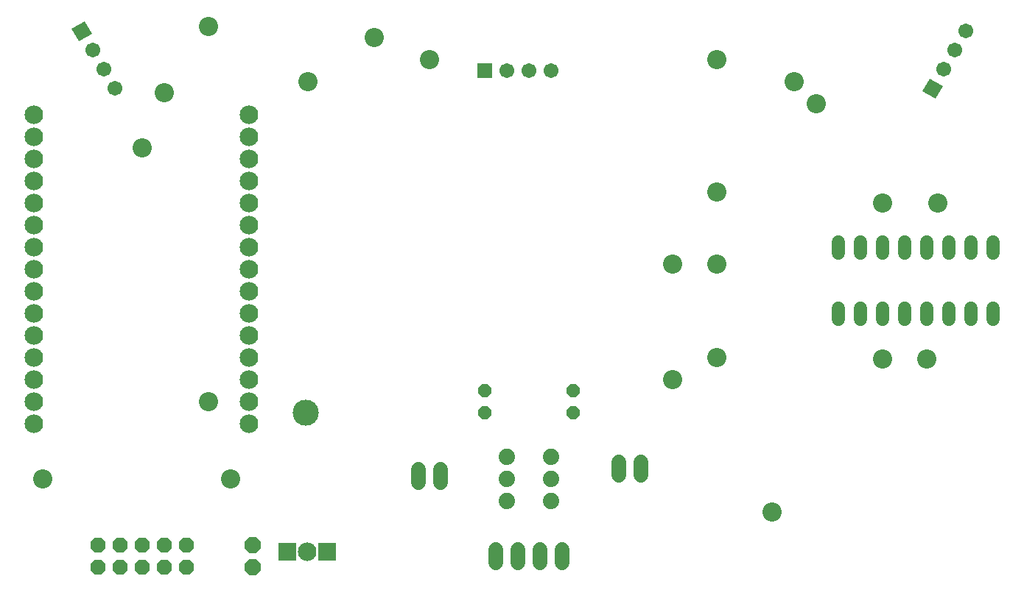
<source format=gbr>
G04 EAGLE Gerber RS-274X export*
G75*
%MOMM*%
%FSLAX34Y34*%
%LPD*%
%INSoldermask Bottom*%
%IPPOS*%
%AMOC8*
5,1,8,0,0,1.08239X$1,22.5*%
G01*
%ADD10C,1.524000*%
%ADD11R,1.711200X1.711200*%
%ADD12C,1.711200*%
%ADD13R,2.133600X2.133600*%
%ADD14C,2.133600*%
%ADD15C,3.003200*%
%ADD16C,1.727200*%
%ADD17P,1.649562X8X202.500000*%
%ADD18P,1.649562X8X22.500000*%
%ADD19P,1.951982X8X292.500000*%
%ADD20R,1.711200X1.711200*%
%ADD21P,1.869504X8X22.500000*%
%ADD22C,1.879600*%
%ADD23C,2.203200*%


D10*
X1168400Y437896D02*
X1168400Y451104D01*
X1193800Y451104D02*
X1193800Y437896D01*
X1320800Y437896D02*
X1320800Y451104D01*
X1346200Y451104D02*
X1346200Y437896D01*
X1219200Y437896D02*
X1219200Y451104D01*
X1244600Y451104D02*
X1244600Y437896D01*
X1295400Y437896D02*
X1295400Y451104D01*
X1270000Y451104D02*
X1270000Y437896D01*
X1346200Y514096D02*
X1346200Y527304D01*
X1320800Y527304D02*
X1320800Y514096D01*
X1295400Y514096D02*
X1295400Y527304D01*
X1270000Y527304D02*
X1270000Y514096D01*
X1244600Y514096D02*
X1244600Y527304D01*
X1219200Y527304D02*
X1219200Y514096D01*
X1193800Y514096D02*
X1193800Y527304D01*
X1168400Y527304D02*
X1168400Y514096D01*
D11*
G36*
X1264663Y700473D02*
X1273219Y715291D01*
X1288037Y706735D01*
X1279481Y691917D01*
X1264663Y700473D01*
G37*
D12*
X1289050Y725601D03*
X1301750Y747599D03*
X1314450Y769596D03*
D11*
G36*
X301581Y781283D02*
X310137Y766465D01*
X295319Y757909D01*
X286763Y772727D01*
X301581Y781283D01*
G37*
D12*
X311150Y747599D03*
X323850Y725601D03*
X336550Y703604D03*
D13*
X580390Y170180D03*
D14*
X557530Y170180D03*
D13*
X534670Y170180D03*
D15*
X556260Y330200D03*
D16*
X915680Y274140D02*
X915680Y258900D01*
X941080Y258900D02*
X941080Y274140D01*
X685140Y265320D02*
X685140Y250080D01*
X710540Y250080D02*
X710540Y265320D01*
D17*
X863600Y355600D03*
X762000Y355600D03*
D18*
X762000Y330200D03*
X863600Y330200D03*
D19*
X495300Y177800D03*
X495300Y152400D03*
D14*
X491000Y317400D03*
X491000Y342800D03*
X491000Y368200D03*
X491000Y393600D03*
X491000Y419000D03*
X491000Y444400D03*
X491000Y469800D03*
X491000Y495200D03*
X491000Y520600D03*
X491000Y546000D03*
X491000Y571400D03*
X491000Y596800D03*
X491000Y622200D03*
X491000Y647600D03*
X491000Y673000D03*
X243300Y317400D03*
X243300Y342800D03*
X243300Y368200D03*
X243300Y393600D03*
X243300Y419000D03*
X243300Y444400D03*
X243300Y469800D03*
X243300Y495200D03*
X243300Y520600D03*
X243300Y546000D03*
X243300Y571400D03*
X243300Y596800D03*
X243300Y622200D03*
X243300Y647600D03*
X243300Y673000D03*
D20*
X762000Y723900D03*
D12*
X787400Y723900D03*
X812800Y723900D03*
X838200Y723900D03*
D16*
X800100Y172720D02*
X800100Y157480D01*
X825500Y157480D02*
X825500Y172720D01*
X850900Y172720D02*
X850900Y157480D01*
X774700Y157480D02*
X774700Y172720D01*
D21*
X317500Y152400D03*
X342900Y152400D03*
X368300Y152400D03*
X393700Y152400D03*
X419100Y152400D03*
X317500Y177800D03*
X342900Y177800D03*
X368300Y177800D03*
X393700Y177800D03*
X419100Y177800D03*
D22*
X787400Y228600D03*
X787400Y254000D03*
X787400Y279400D03*
X838200Y228600D03*
X838200Y254000D03*
X838200Y279400D03*
D23*
X977900Y501650D03*
X977900Y368300D03*
X444500Y774700D03*
X558800Y711200D03*
X1028700Y584200D03*
X1028700Y736600D03*
X1028700Y501650D03*
X1028700Y393700D03*
X469900Y254000D03*
X254000Y254000D03*
X1219200Y392597D03*
X1270000Y392597D03*
X1219200Y571500D03*
X1282700Y571500D03*
X444500Y342900D03*
X368300Y635000D03*
X393700Y698500D03*
X1117600Y711200D03*
X1143000Y685800D03*
X698500Y736600D03*
X635000Y762000D03*
X1092200Y215900D03*
M02*

</source>
